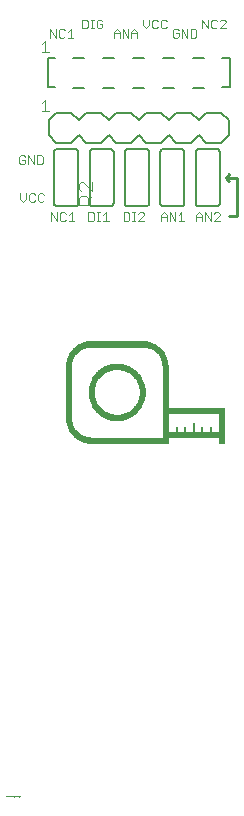
<source format=gto>
G75*
%MOIN*%
%OFA0B0*%
%FSLAX24Y24*%
%IPPOS*%
%LPD*%
%AMOC8*
5,1,8,0,0,1.08239X$1,22.5*
%
%ADD10C,0.0030*%
%ADD11C,0.0100*%
%ADD12R,0.2654X0.0008*%
%ADD13R,0.0189X0.0008*%
%ADD14R,0.2709X0.0008*%
%ADD15R,0.2748X0.0008*%
%ADD16R,0.2780X0.0008*%
%ADD17R,0.2811X0.0008*%
%ADD18R,0.2835X0.0008*%
%ADD19R,0.2850X0.0008*%
%ADD20R,0.2874X0.0008*%
%ADD21R,0.2890X0.0008*%
%ADD22R,0.2913X0.0008*%
%ADD23R,0.2929X0.0008*%
%ADD24R,0.2945X0.0008*%
%ADD25R,0.2961X0.0008*%
%ADD26R,0.2976X0.0008*%
%ADD27R,0.2984X0.0008*%
%ADD28R,0.3000X0.0008*%
%ADD29R,0.3016X0.0008*%
%ADD30R,0.3024X0.0008*%
%ADD31R,0.3039X0.0008*%
%ADD32R,0.3047X0.0008*%
%ADD33R,0.3063X0.0008*%
%ADD34R,0.3071X0.0008*%
%ADD35R,0.3079X0.0008*%
%ADD36R,0.3087X0.0008*%
%ADD37R,0.0504X0.0008*%
%ADD38R,0.2087X0.0008*%
%ADD39R,0.0441X0.0008*%
%ADD40R,0.0409X0.0008*%
%ADD41R,0.0386X0.0008*%
%ADD42R,0.0370X0.0008*%
%ADD43R,0.0354X0.0008*%
%ADD44R,0.0339X0.0008*%
%ADD45R,0.0331X0.0008*%
%ADD46R,0.0323X0.0008*%
%ADD47R,0.0315X0.0008*%
%ADD48R,0.0307X0.0008*%
%ADD49R,0.0299X0.0008*%
%ADD50R,0.0291X0.0008*%
%ADD51R,0.0283X0.0008*%
%ADD52R,0.0276X0.0008*%
%ADD53R,0.0268X0.0008*%
%ADD54R,0.0260X0.0008*%
%ADD55R,0.0252X0.0008*%
%ADD56R,0.0244X0.0008*%
%ADD57R,0.0197X0.0008*%
%ADD58R,0.0087X0.0008*%
%ADD59R,0.0094X0.0008*%
%ADD60R,0.0236X0.0008*%
%ADD61R,0.0228X0.0008*%
%ADD62R,0.0220X0.0008*%
%ADD63R,0.0213X0.0008*%
%ADD64R,0.0205X0.0008*%
%ADD65R,0.0457X0.0008*%
%ADD66R,0.0520X0.0008*%
%ADD67R,0.0567X0.0008*%
%ADD68R,0.0614X0.0008*%
%ADD69R,0.0661X0.0008*%
%ADD70R,0.0701X0.0008*%
%ADD71R,0.0740X0.0008*%
%ADD72R,0.0772X0.0008*%
%ADD73R,0.0803X0.0008*%
%ADD74R,0.0843X0.0008*%
%ADD75R,0.0874X0.0008*%
%ADD76R,0.0898X0.0008*%
%ADD77R,0.0929X0.0008*%
%ADD78R,0.0961X0.0008*%
%ADD79R,0.0984X0.0008*%
%ADD80R,0.1008X0.0008*%
%ADD81R,0.1031X0.0008*%
%ADD82R,0.1055X0.0008*%
%ADD83R,0.1079X0.0008*%
%ADD84R,0.1102X0.0008*%
%ADD85R,0.1126X0.0008*%
%ADD86R,0.1142X0.0008*%
%ADD87R,0.0472X0.0008*%
%ADD88R,0.0433X0.0008*%
%ADD89R,0.0417X0.0008*%
%ADD90R,0.0394X0.0008*%
%ADD91R,0.0378X0.0008*%
%ADD92R,0.0362X0.0008*%
%ADD93R,0.0346X0.0008*%
%ADD94R,0.0402X0.0008*%
%ADD95R,0.0488X0.0008*%
%ADD96R,0.0480X0.0008*%
%ADD97R,0.1118X0.0008*%
%ADD98R,0.1071X0.0008*%
%ADD99R,0.1024X0.0008*%
%ADD100R,0.0976X0.0008*%
%ADD101R,0.0953X0.0008*%
%ADD102R,0.0866X0.0008*%
%ADD103R,0.0835X0.0008*%
%ADD104R,0.0732X0.0008*%
%ADD105R,0.0693X0.0008*%
%ADD106R,0.0654X0.0008*%
%ADD107R,0.0606X0.0008*%
%ADD108R,0.0559X0.0008*%
%ADD109R,0.0150X0.0008*%
%ADD110R,0.0449X0.0008*%
%ADD111R,0.2764X0.0008*%
%ADD112R,0.2740X0.0008*%
%ADD113R,0.2724X0.0008*%
%ADD114R,0.2701X0.0008*%
%ADD115R,0.2677X0.0008*%
%ADD116R,0.2630X0.0008*%
%ADD117R,0.2606X0.0008*%
%ADD118R,0.2583X0.0008*%
%ADD119R,0.2551X0.0008*%
%ADD120R,0.2528X0.0008*%
%ADD121R,0.2496X0.0008*%
%ADD122R,0.2465X0.0008*%
%ADD123R,0.2433X0.0008*%
%ADD124R,0.2402X0.0008*%
%ADD125R,0.2362X0.0008*%
%ADD126R,0.2331X0.0008*%
%ADD127R,0.2283X0.0008*%
%ADD128R,0.2236X0.0008*%
%ADD129R,0.2189X0.0008*%
%ADD130R,0.2134X0.0008*%
%ADD131R,0.2071X0.0008*%
%ADD132R,0.1984X0.0008*%
%ADD133R,0.1874X0.0008*%
%ADD134C,0.0000*%
%ADD135C,0.0060*%
%ADD136C,0.0080*%
%ADD137C,0.0070*%
%ADD138C,0.0040*%
D10*
X004017Y020076D02*
X004017Y020366D01*
X004211Y020076D01*
X004211Y020366D01*
X004312Y020318D02*
X004312Y020124D01*
X004360Y020076D01*
X004457Y020076D01*
X004505Y020124D01*
X004607Y020076D02*
X004800Y020076D01*
X004703Y020076D02*
X004703Y020366D01*
X004607Y020270D01*
X004505Y020318D02*
X004457Y020366D01*
X004360Y020366D01*
X004312Y020318D01*
X003782Y020765D02*
X003734Y020716D01*
X003637Y020716D01*
X003589Y020765D01*
X003589Y020958D01*
X003637Y021006D01*
X003734Y021006D01*
X003782Y020958D01*
X003488Y020958D02*
X003439Y021006D01*
X003343Y021006D01*
X003294Y020958D01*
X003294Y020765D01*
X003343Y020716D01*
X003439Y020716D01*
X003488Y020765D01*
X003193Y020813D02*
X003193Y021006D01*
X003193Y020813D02*
X003096Y020716D01*
X003000Y020813D01*
X003000Y021006D01*
X003009Y021976D02*
X003105Y021976D01*
X003154Y022024D01*
X003154Y022121D01*
X003057Y022121D01*
X002960Y022218D02*
X002960Y022024D01*
X003009Y021976D01*
X002960Y022218D02*
X003009Y022266D01*
X003105Y022266D01*
X003154Y022218D01*
X003255Y022266D02*
X003255Y021976D01*
X003448Y021976D02*
X003255Y022266D01*
X003448Y022266D02*
X003448Y021976D01*
X003550Y021976D02*
X003550Y022266D01*
X003695Y022266D01*
X003743Y022218D01*
X003743Y022024D01*
X003695Y021976D01*
X003550Y021976D01*
X003708Y023748D02*
X003955Y023748D01*
X003832Y023748D02*
X003832Y024118D01*
X003708Y023995D01*
X003708Y025716D02*
X003955Y025716D01*
X003832Y025716D02*
X003832Y026086D01*
X003708Y025963D01*
X003984Y026189D02*
X003984Y026479D01*
X004177Y026189D01*
X004177Y026479D01*
X004279Y026430D02*
X004279Y026237D01*
X004327Y026189D01*
X004424Y026189D01*
X004472Y026237D01*
X004573Y026189D02*
X004767Y026189D01*
X004670Y026189D02*
X004670Y026479D01*
X004573Y026382D01*
X004472Y026430D02*
X004424Y026479D01*
X004327Y026479D01*
X004279Y026430D01*
X005047Y026504D02*
X005192Y026504D01*
X005240Y026552D01*
X005240Y026745D01*
X005192Y026794D01*
X005047Y026794D01*
X005047Y026504D01*
X005342Y026504D02*
X005438Y026504D01*
X005390Y026504D02*
X005390Y026794D01*
X005342Y026794D02*
X005438Y026794D01*
X005538Y026745D02*
X005538Y026552D01*
X005586Y026504D01*
X005683Y026504D01*
X005731Y026552D01*
X005731Y026649D01*
X005635Y026649D01*
X005731Y026745D02*
X005683Y026794D01*
X005586Y026794D01*
X005538Y026745D01*
X006110Y026382D02*
X006110Y026189D01*
X006110Y026334D02*
X006303Y026334D01*
X006303Y026382D02*
X006303Y026189D01*
X006405Y026189D02*
X006405Y026479D01*
X006598Y026189D01*
X006598Y026479D01*
X006699Y026382D02*
X006699Y026189D01*
X006699Y026334D02*
X006893Y026334D01*
X006893Y026382D02*
X006893Y026189D01*
X006893Y026382D02*
X006796Y026479D01*
X006699Y026382D01*
X006303Y026382D02*
X006207Y026479D01*
X006110Y026382D01*
X007094Y026600D02*
X007191Y026504D01*
X007288Y026600D01*
X007288Y026794D01*
X007389Y026745D02*
X007389Y026552D01*
X007437Y026504D01*
X007534Y026504D01*
X007582Y026552D01*
X007683Y026552D02*
X007732Y026504D01*
X007829Y026504D01*
X007877Y026552D01*
X007877Y026745D02*
X007829Y026794D01*
X007732Y026794D01*
X007683Y026745D01*
X007683Y026552D01*
X007582Y026745D02*
X007534Y026794D01*
X007437Y026794D01*
X007389Y026745D01*
X007094Y026794D02*
X007094Y026600D01*
X008078Y026430D02*
X008078Y026237D01*
X008127Y026189D01*
X008224Y026189D01*
X008272Y026237D01*
X008272Y026334D01*
X008175Y026334D01*
X008078Y026430D02*
X008127Y026479D01*
X008224Y026479D01*
X008272Y026430D01*
X008373Y026479D02*
X008373Y026189D01*
X008567Y026189D02*
X008373Y026479D01*
X008567Y026479D02*
X008567Y026189D01*
X008668Y026189D02*
X008668Y026479D01*
X008813Y026479D01*
X008861Y026430D01*
X008861Y026237D01*
X008813Y026189D01*
X008668Y026189D01*
X009063Y026504D02*
X009063Y026794D01*
X009256Y026504D01*
X009256Y026794D01*
X009357Y026745D02*
X009357Y026552D01*
X009406Y026504D01*
X009502Y026504D01*
X009551Y026552D01*
X009652Y026504D02*
X009845Y026697D01*
X009845Y026745D01*
X009797Y026794D01*
X009700Y026794D01*
X009652Y026745D01*
X009551Y026745D02*
X009502Y026794D01*
X009406Y026794D01*
X009357Y026745D01*
X009652Y026504D02*
X009845Y026504D01*
X009594Y020366D02*
X009497Y020366D01*
X009449Y020318D01*
X009348Y020366D02*
X009348Y020076D01*
X009154Y020366D01*
X009154Y020076D01*
X009053Y020076D02*
X009053Y020270D01*
X008957Y020366D01*
X008860Y020270D01*
X008860Y020076D01*
X008860Y020221D02*
X009053Y020221D01*
X009449Y020076D02*
X009643Y020270D01*
X009643Y020318D01*
X009594Y020366D01*
X009643Y020076D02*
X009449Y020076D01*
X008461Y020076D02*
X008268Y020076D01*
X008365Y020076D02*
X008365Y020366D01*
X008268Y020270D01*
X008167Y020366D02*
X008167Y020076D01*
X007973Y020366D01*
X007973Y020076D01*
X007872Y020076D02*
X007872Y020270D01*
X007775Y020366D01*
X007679Y020270D01*
X007679Y020076D01*
X007679Y020221D02*
X007872Y020221D01*
X007123Y020270D02*
X007123Y020318D01*
X007075Y020366D01*
X006978Y020366D01*
X006929Y020318D01*
X006830Y020366D02*
X006733Y020366D01*
X006781Y020366D02*
X006781Y020076D01*
X006733Y020076D02*
X006830Y020076D01*
X006929Y020076D02*
X007123Y020270D01*
X007123Y020076D02*
X006929Y020076D01*
X006632Y020124D02*
X006632Y020318D01*
X006583Y020366D01*
X006438Y020366D01*
X006438Y020076D01*
X006583Y020076D01*
X006632Y020124D01*
X005942Y020076D02*
X005748Y020076D01*
X005845Y020076D02*
X005845Y020366D01*
X005748Y020270D01*
X005649Y020366D02*
X005552Y020366D01*
X005600Y020366D02*
X005600Y020076D01*
X005552Y020076D02*
X005649Y020076D01*
X005451Y020124D02*
X005451Y020318D01*
X005402Y020366D01*
X005257Y020366D01*
X005257Y020076D01*
X005402Y020076D01*
X005451Y020124D01*
D11*
X009835Y021528D02*
X009953Y021410D01*
X009835Y021528D02*
X009953Y021646D01*
X009835Y021528D02*
X010229Y021528D01*
X010229Y020229D01*
X009953Y020229D01*
D12*
X006229Y015906D03*
X006607Y012646D03*
D13*
X006225Y013402D03*
X007067Y014213D03*
X007075Y014268D03*
X007075Y014276D03*
X007075Y014284D03*
X007075Y014292D03*
X007075Y014300D03*
X007075Y014394D03*
X007075Y014402D03*
X007075Y014410D03*
X007075Y014418D03*
X007075Y014426D03*
X007067Y014481D03*
X007831Y015260D03*
X007831Y015268D03*
X007831Y015276D03*
X007831Y015284D03*
X007823Y015331D03*
X009729Y013622D03*
X009729Y013615D03*
X009729Y013607D03*
X009729Y013599D03*
X009729Y013591D03*
X009729Y013583D03*
X009729Y013575D03*
X009729Y013567D03*
X009729Y013559D03*
X009729Y013552D03*
X009729Y013544D03*
X009729Y013536D03*
X009729Y013528D03*
X009729Y013520D03*
X009729Y013512D03*
X009729Y013504D03*
X009729Y013496D03*
X009729Y013489D03*
X009729Y013481D03*
X009729Y013473D03*
X009729Y013465D03*
X009729Y013457D03*
X009729Y013449D03*
X009729Y013441D03*
X009729Y013433D03*
X009729Y013426D03*
X009729Y013418D03*
X009729Y013410D03*
X009729Y013402D03*
X009729Y013394D03*
X009729Y013386D03*
X009729Y013378D03*
X009729Y013370D03*
X009729Y013363D03*
X009729Y013355D03*
X009729Y013347D03*
X009729Y013339D03*
X009729Y013331D03*
X009729Y013323D03*
X009729Y013315D03*
X009729Y013307D03*
X009729Y013300D03*
X009729Y013292D03*
X009729Y013284D03*
X009729Y013276D03*
X009729Y013268D03*
X009729Y013260D03*
X009729Y013252D03*
X009729Y013244D03*
X009729Y013237D03*
X009729Y013229D03*
X009729Y013221D03*
X009729Y013213D03*
X009729Y013205D03*
X009729Y013197D03*
X009729Y013189D03*
X009729Y013181D03*
X009729Y013174D03*
X009729Y013166D03*
X009729Y013158D03*
X009729Y013150D03*
X009729Y013142D03*
X009729Y013134D03*
X009729Y013126D03*
X009729Y013119D03*
X009729Y013111D03*
X009729Y013103D03*
X009729Y013095D03*
X009729Y013087D03*
X009729Y013079D03*
X009729Y013071D03*
X009729Y013063D03*
X009729Y013056D03*
X009729Y013048D03*
X009729Y013040D03*
X009729Y013032D03*
X009729Y013024D03*
X009729Y012827D03*
X009729Y012819D03*
X009729Y012811D03*
X009729Y012804D03*
X009729Y012796D03*
X009729Y012788D03*
X009729Y012780D03*
X009729Y012772D03*
X009729Y012764D03*
X009729Y012756D03*
X009729Y012748D03*
X009729Y012741D03*
X009729Y012733D03*
X009729Y012725D03*
X009729Y012717D03*
X009729Y012709D03*
X009729Y012701D03*
X009729Y012693D03*
X009729Y012685D03*
X009729Y012678D03*
X009729Y012670D03*
X009729Y012662D03*
X009729Y012654D03*
X009729Y012646D03*
X005382Y014229D03*
X005382Y014237D03*
X005374Y014292D03*
X005374Y014300D03*
X005374Y014307D03*
X005374Y014315D03*
X005374Y014323D03*
X005374Y014331D03*
X005374Y014339D03*
X005374Y014347D03*
X005374Y014355D03*
X005374Y014363D03*
X005374Y014370D03*
X005374Y014378D03*
X005374Y014386D03*
X005374Y014394D03*
X005382Y014457D03*
X005382Y014465D03*
X004619Y014465D03*
X004619Y014473D03*
X004619Y014481D03*
X004619Y014489D03*
X004619Y014496D03*
X004619Y014504D03*
X004619Y014512D03*
X004619Y014520D03*
X004619Y014528D03*
X004619Y014536D03*
X004619Y014544D03*
X004619Y014552D03*
X004619Y014559D03*
X004619Y014567D03*
X004619Y014575D03*
X004619Y014583D03*
X004619Y014591D03*
X004619Y014599D03*
X004619Y014607D03*
X004619Y014615D03*
X004619Y014622D03*
X004619Y014630D03*
X004619Y014638D03*
X004619Y014646D03*
X004619Y014654D03*
X004619Y014662D03*
X004619Y014670D03*
X004619Y014678D03*
X004619Y014685D03*
X004619Y014693D03*
X004619Y014701D03*
X004619Y014709D03*
X004619Y014717D03*
X004619Y014725D03*
X004619Y014733D03*
X004619Y014741D03*
X004619Y014748D03*
X004619Y014756D03*
X004619Y014764D03*
X004619Y014772D03*
X004619Y014780D03*
X004619Y014788D03*
X004619Y014796D03*
X004619Y014804D03*
X004619Y014811D03*
X004619Y014819D03*
X004619Y014827D03*
X004619Y014835D03*
X004619Y014843D03*
X004619Y014851D03*
X004619Y014859D03*
X004619Y014867D03*
X004619Y014874D03*
X004619Y014882D03*
X004619Y014890D03*
X004619Y014898D03*
X004619Y014906D03*
X004619Y014914D03*
X004619Y014922D03*
X004619Y014930D03*
X004619Y014937D03*
X004619Y014945D03*
X004619Y014953D03*
X004619Y014961D03*
X004619Y014969D03*
X004619Y014977D03*
X004619Y014985D03*
X004619Y014993D03*
X004619Y015000D03*
X004619Y015008D03*
X004619Y015016D03*
X004619Y015024D03*
X004619Y015032D03*
X004619Y015040D03*
X004619Y015048D03*
X004619Y015056D03*
X004619Y015063D03*
X004619Y015071D03*
X004619Y015079D03*
X004619Y015087D03*
X004619Y015095D03*
X004619Y015103D03*
X004619Y015111D03*
X004619Y015119D03*
X004619Y015126D03*
X004619Y015134D03*
X004619Y015142D03*
X004619Y015150D03*
X004619Y015158D03*
X004619Y015166D03*
X004619Y015174D03*
X004619Y015181D03*
X004619Y015189D03*
X004619Y015197D03*
X004619Y015205D03*
X004619Y015213D03*
X004619Y015221D03*
X004619Y015229D03*
X004619Y015237D03*
X004619Y015244D03*
X004619Y015252D03*
X004619Y015260D03*
X004626Y015315D03*
X004619Y014457D03*
X004619Y014449D03*
X004619Y014441D03*
X004619Y014433D03*
X004619Y014426D03*
X004619Y014418D03*
X004619Y014410D03*
X004619Y014402D03*
X004619Y014394D03*
X004619Y014386D03*
X004619Y014378D03*
X004619Y014370D03*
X004619Y014363D03*
X004619Y014355D03*
X004619Y014347D03*
X004619Y014339D03*
X004619Y014331D03*
X004619Y014323D03*
X004619Y014315D03*
X004619Y014307D03*
X004619Y014300D03*
X004619Y014292D03*
X004619Y014284D03*
X004619Y014276D03*
X004619Y014268D03*
X004619Y014260D03*
X004619Y014252D03*
X004619Y014244D03*
X004619Y014237D03*
X004619Y014229D03*
X004619Y014221D03*
X004619Y014213D03*
X004619Y014205D03*
X004619Y014197D03*
X004619Y014189D03*
X004619Y014181D03*
X004619Y014174D03*
X004619Y014166D03*
X004619Y014158D03*
X004619Y014150D03*
X004619Y014142D03*
X004619Y014134D03*
X004619Y014126D03*
X004619Y014119D03*
X004619Y014111D03*
X004619Y014103D03*
X004619Y014095D03*
X004619Y014087D03*
X004619Y014079D03*
X004619Y014071D03*
X004619Y014063D03*
X004619Y014056D03*
X004619Y014048D03*
X004619Y014040D03*
X004619Y014032D03*
X004619Y014024D03*
X004619Y014016D03*
X004619Y014008D03*
X004619Y014000D03*
X004619Y013993D03*
X004619Y013985D03*
X004619Y013977D03*
X004619Y013969D03*
X004619Y013961D03*
X004619Y013953D03*
X004619Y013945D03*
X004619Y013937D03*
X004619Y013930D03*
X004619Y013922D03*
X004619Y013914D03*
X004619Y013906D03*
X004619Y013898D03*
X004619Y013890D03*
X004619Y013882D03*
X004619Y013874D03*
X004619Y013867D03*
X004619Y013859D03*
X004619Y013851D03*
X004619Y013843D03*
X004619Y013835D03*
X004619Y013827D03*
X004619Y013819D03*
X004619Y013811D03*
X004619Y013804D03*
X004619Y013796D03*
X004619Y013788D03*
X004619Y013780D03*
X004619Y013772D03*
X004619Y013764D03*
X004619Y013756D03*
X004619Y013748D03*
X004619Y013741D03*
X004619Y013733D03*
X004619Y013725D03*
X004619Y013717D03*
X004619Y013709D03*
X004619Y013701D03*
X004619Y013693D03*
X004619Y013685D03*
X004619Y013678D03*
X004619Y013670D03*
X004619Y013662D03*
X004619Y013654D03*
X004619Y013646D03*
X004619Y013638D03*
X004619Y013630D03*
X004619Y013622D03*
X004619Y013615D03*
X004619Y013607D03*
X004619Y013599D03*
X004619Y013591D03*
X004619Y013583D03*
X004619Y013575D03*
X004619Y013567D03*
X004619Y013559D03*
X004619Y013552D03*
X004619Y013544D03*
X004619Y013536D03*
X004619Y013528D03*
X004619Y013520D03*
X004619Y013512D03*
X004619Y013504D03*
X004619Y013496D03*
X004619Y013489D03*
X004619Y013481D03*
X004619Y013473D03*
X004619Y013465D03*
X004619Y013457D03*
X004619Y013449D03*
X004619Y013441D03*
X004619Y013433D03*
X004626Y013378D03*
D14*
X006579Y012654D03*
D15*
X006559Y012662D03*
D16*
X006544Y012670D03*
X006229Y015859D03*
D17*
X006528Y012678D03*
D18*
X006516Y012685D03*
D19*
X006508Y012693D03*
D20*
X006496Y012701D03*
D21*
X006489Y012709D03*
D22*
X006477Y012717D03*
D23*
X006469Y012725D03*
D24*
X006461Y012733D03*
D25*
X006453Y012741D03*
D26*
X006445Y012748D03*
D27*
X006441Y012756D03*
D28*
X006433Y012764D03*
D29*
X006426Y012772D03*
D30*
X006422Y012780D03*
D31*
X006414Y012788D03*
D32*
X006410Y012796D03*
D33*
X006402Y012804D03*
D34*
X006398Y012811D03*
D35*
X006394Y012819D03*
D36*
X006390Y012827D03*
D37*
X006225Y015260D03*
X005083Y012835D03*
D38*
X008780Y012835D03*
X008780Y012843D03*
X008780Y012851D03*
X008780Y012859D03*
X008780Y012867D03*
X008780Y012874D03*
X008780Y012882D03*
X008780Y012890D03*
X008780Y012898D03*
X008780Y012906D03*
X008780Y012914D03*
X008780Y012922D03*
X008780Y012930D03*
X008780Y012937D03*
X008780Y012945D03*
X008780Y012953D03*
X008780Y012961D03*
X008780Y012969D03*
X008780Y012977D03*
X008780Y012985D03*
X008780Y012993D03*
X008780Y013000D03*
X008780Y013008D03*
X008780Y013016D03*
X008780Y013630D03*
X008780Y013638D03*
X008780Y013646D03*
X008780Y013654D03*
X008780Y013662D03*
X008780Y013670D03*
X008780Y013678D03*
X008780Y013685D03*
X008780Y013693D03*
X008780Y013701D03*
X008780Y013709D03*
X008780Y013717D03*
X008780Y013725D03*
X008780Y013733D03*
X008780Y013741D03*
X008780Y013748D03*
X008780Y013756D03*
X008780Y013764D03*
X008780Y013772D03*
X008780Y013780D03*
X008780Y013788D03*
X008780Y013796D03*
X008780Y013804D03*
X008780Y013811D03*
X008780Y013819D03*
D39*
X006595Y015087D03*
X006225Y015268D03*
X005855Y015087D03*
X005855Y013607D03*
X005044Y012843D03*
D40*
X005020Y012851D03*
X005831Y013615D03*
X007430Y015843D03*
D41*
X007449Y015835D03*
X006654Y015063D03*
X006229Y013418D03*
X005000Y012859D03*
D42*
X004985Y012867D03*
X005780Y013638D03*
X005780Y015056D03*
X006670Y015056D03*
X007465Y015827D03*
X004985Y015827D03*
D43*
X004969Y015819D03*
X005764Y013646D03*
X004969Y012874D03*
X006685Y013646D03*
X006685Y015048D03*
D44*
X006709Y015032D03*
X006701Y013654D03*
X005741Y015032D03*
X004953Y012882D03*
X007512Y015804D03*
D45*
X007524Y015796D03*
X006713Y013662D03*
X005737Y013662D03*
X004941Y012890D03*
X005729Y015024D03*
X004941Y015804D03*
D46*
X004930Y015796D03*
X005717Y015016D03*
X005725Y013670D03*
X004930Y012898D03*
X006725Y013670D03*
X006725Y015024D03*
X007536Y015788D03*
D47*
X006744Y015008D03*
X006737Y015016D03*
X006737Y013678D03*
X005713Y013678D03*
X005705Y013685D03*
X005705Y015008D03*
X004918Y015788D03*
X004918Y012906D03*
D48*
X004906Y012914D03*
X005693Y013693D03*
X005693Y015000D03*
X004906Y015780D03*
X006756Y015000D03*
X006756Y013693D03*
X006748Y013685D03*
X007544Y015780D03*
D49*
X007556Y015772D03*
X006776Y014985D03*
X006768Y014993D03*
X006768Y013701D03*
X006225Y013410D03*
X005681Y013701D03*
X005674Y013709D03*
X005674Y014985D03*
X005681Y014993D03*
X004894Y015772D03*
X004886Y015764D03*
X004894Y012922D03*
D50*
X004882Y012930D03*
X004874Y012937D03*
X005654Y013725D03*
X005662Y013717D03*
X005662Y014977D03*
X004874Y015756D03*
X004867Y015748D03*
X006788Y014977D03*
X006796Y014969D03*
X006788Y013717D03*
X006780Y013709D03*
X007575Y015756D03*
X007567Y015764D03*
D51*
X007587Y015748D03*
X007595Y015741D03*
X006807Y014961D03*
X006815Y014953D03*
X006225Y015284D03*
X005658Y014969D03*
X005642Y013733D03*
X004855Y012953D03*
X004863Y012945D03*
X004855Y015741D03*
X006807Y013733D03*
X006800Y013725D03*
D52*
X006819Y013741D03*
X006827Y013748D03*
X007615Y015725D03*
X007607Y015733D03*
X005646Y014961D03*
X005638Y014953D03*
X005630Y014945D03*
X005638Y013741D03*
X004843Y012961D03*
X004851Y015733D03*
D53*
X004839Y015725D03*
X004831Y015717D03*
X004823Y015709D03*
X005611Y014930D03*
X005619Y014937D03*
X005603Y013772D03*
X005611Y013764D03*
X005619Y013756D03*
X005626Y013748D03*
X004839Y012969D03*
X004831Y012977D03*
X004823Y012985D03*
X006831Y013756D03*
X006839Y013764D03*
X006855Y014914D03*
X006847Y014922D03*
X006839Y014930D03*
X006831Y014937D03*
X006823Y014945D03*
X007619Y015717D03*
D54*
X007630Y015709D03*
X007638Y015701D03*
X007646Y015693D03*
X006859Y013780D03*
X006851Y013772D03*
X005599Y013780D03*
X005591Y013788D03*
X005583Y014898D03*
X005591Y014906D03*
X005599Y014914D03*
X005607Y014922D03*
X004819Y015701D03*
X004811Y012993D03*
D55*
X004807Y013000D03*
X004800Y013008D03*
X004792Y013016D03*
X005579Y013796D03*
X005563Y014874D03*
X005571Y014882D03*
X005579Y014890D03*
X004792Y015678D03*
X004800Y015685D03*
X004807Y015693D03*
X006863Y014906D03*
X006870Y014898D03*
X006878Y014890D03*
X006886Y013811D03*
X006878Y013804D03*
X006870Y013796D03*
X006863Y013788D03*
X007666Y015670D03*
X007658Y015678D03*
X007650Y015685D03*
D56*
X007670Y015662D03*
X007678Y015654D03*
X007685Y015646D03*
X006914Y014843D03*
X006898Y014867D03*
X006890Y014874D03*
X006882Y014882D03*
X006906Y013835D03*
X006898Y013827D03*
X006890Y013819D03*
X005575Y013804D03*
X005567Y013811D03*
X005559Y013819D03*
X005552Y013827D03*
X005552Y013835D03*
X005544Y013843D03*
X005544Y014851D03*
X005552Y014859D03*
X005559Y014867D03*
X004788Y015670D03*
X004780Y015662D03*
X004772Y015654D03*
X004772Y013040D03*
X004780Y013032D03*
X004788Y013024D03*
D57*
X004654Y013260D03*
X004646Y013284D03*
X004646Y013292D03*
X004638Y013307D03*
X004638Y013315D03*
X004638Y013323D03*
X004638Y013331D03*
X004630Y013339D03*
X004630Y013347D03*
X004630Y013355D03*
X004630Y013363D03*
X004630Y013370D03*
X004622Y013386D03*
X004622Y013394D03*
X004622Y013402D03*
X004622Y013410D03*
X004622Y013418D03*
X004622Y013426D03*
X005418Y014079D03*
X005410Y014103D03*
X005410Y014111D03*
X005402Y014126D03*
X005402Y014134D03*
X005402Y014142D03*
X005394Y014150D03*
X005394Y014158D03*
X005394Y014166D03*
X005394Y014174D03*
X005394Y014181D03*
X005386Y014189D03*
X005386Y014197D03*
X005386Y014205D03*
X005386Y014213D03*
X005386Y014221D03*
X005378Y014244D03*
X005378Y014252D03*
X005378Y014260D03*
X005378Y014268D03*
X005378Y014276D03*
X005378Y014284D03*
X005378Y014402D03*
X005378Y014410D03*
X005378Y014418D03*
X005378Y014426D03*
X005378Y014433D03*
X005378Y014441D03*
X005378Y014449D03*
X005386Y014473D03*
X005386Y014481D03*
X005386Y014489D03*
X005386Y014496D03*
X005386Y014504D03*
X005394Y014512D03*
X005394Y014520D03*
X005394Y014528D03*
X005394Y014536D03*
X005402Y014552D03*
X005402Y014559D03*
X005402Y014567D03*
X005410Y014583D03*
X005410Y014591D03*
X005418Y014615D03*
X004654Y015426D03*
X004646Y015410D03*
X004646Y015402D03*
X004638Y015378D03*
X004638Y015370D03*
X004638Y015363D03*
X004630Y015355D03*
X004630Y015347D03*
X004630Y015339D03*
X004630Y015331D03*
X004630Y015323D03*
X004622Y015307D03*
X004622Y015300D03*
X004622Y015292D03*
X004622Y015284D03*
X004622Y015276D03*
X004622Y015268D03*
X007032Y014071D03*
X007040Y014095D03*
X007048Y014119D03*
X007048Y014126D03*
X007056Y014142D03*
X007056Y014150D03*
X007056Y014158D03*
X007056Y014166D03*
X007063Y014174D03*
X007063Y014181D03*
X007063Y014189D03*
X007063Y014197D03*
X007063Y014205D03*
X007071Y014221D03*
X007071Y014229D03*
X007071Y014237D03*
X007071Y014244D03*
X007071Y014252D03*
X007071Y014260D03*
X007079Y014307D03*
X007079Y014315D03*
X007079Y014323D03*
X007079Y014331D03*
X007079Y014339D03*
X007079Y014347D03*
X007079Y014355D03*
X007079Y014363D03*
X007079Y014370D03*
X007079Y014378D03*
X007079Y014386D03*
X007071Y014433D03*
X007071Y014441D03*
X007071Y014449D03*
X007071Y014457D03*
X007071Y014465D03*
X007071Y014473D03*
X007063Y014489D03*
X007063Y014496D03*
X007063Y014504D03*
X007063Y014512D03*
X007063Y014520D03*
X007056Y014528D03*
X007056Y014536D03*
X007056Y014544D03*
X007056Y014552D03*
X007048Y014567D03*
X007048Y014575D03*
X007040Y014599D03*
X007835Y014599D03*
X007835Y014607D03*
X007835Y014615D03*
X007835Y014622D03*
X007835Y014630D03*
X007835Y014638D03*
X007835Y014646D03*
X007835Y014654D03*
X007835Y014662D03*
X007835Y014670D03*
X007835Y014678D03*
X007835Y014685D03*
X007835Y014693D03*
X007835Y014701D03*
X007835Y014709D03*
X007835Y014717D03*
X007835Y014725D03*
X007835Y014733D03*
X007835Y014741D03*
X007835Y014748D03*
X007835Y014756D03*
X007835Y014764D03*
X007835Y014772D03*
X007835Y014780D03*
X007835Y014788D03*
X007835Y014796D03*
X007835Y014804D03*
X007835Y014811D03*
X007835Y014819D03*
X007835Y014827D03*
X007835Y014835D03*
X007835Y014843D03*
X007835Y014851D03*
X007835Y014859D03*
X007835Y014867D03*
X007835Y014874D03*
X007835Y014882D03*
X007835Y014890D03*
X007835Y014898D03*
X007835Y014906D03*
X007835Y014914D03*
X007835Y014922D03*
X007835Y014930D03*
X007835Y014937D03*
X007835Y014945D03*
X007835Y014953D03*
X007835Y014961D03*
X007835Y014969D03*
X007835Y014977D03*
X007835Y014985D03*
X007835Y014993D03*
X007835Y015000D03*
X007835Y015008D03*
X007835Y015016D03*
X007835Y015024D03*
X007835Y015032D03*
X007835Y015040D03*
X007835Y015048D03*
X007835Y015056D03*
X007835Y015063D03*
X007835Y015071D03*
X007835Y015079D03*
X007835Y015087D03*
X007835Y015095D03*
X007835Y015103D03*
X007835Y015111D03*
X007835Y015119D03*
X007835Y015126D03*
X007835Y015134D03*
X007835Y015142D03*
X007835Y015150D03*
X007835Y015158D03*
X007835Y015166D03*
X007835Y015174D03*
X007835Y015181D03*
X007835Y015189D03*
X007835Y015197D03*
X007835Y015205D03*
X007835Y015213D03*
X007835Y015221D03*
X007835Y015229D03*
X007835Y015237D03*
X007835Y015244D03*
X007835Y015252D03*
X007827Y015292D03*
X007827Y015300D03*
X007827Y015307D03*
X007827Y015315D03*
X007827Y015323D03*
X007819Y015339D03*
X007819Y015347D03*
X007819Y015355D03*
X007819Y015363D03*
X007811Y015378D03*
X007811Y015386D03*
X007811Y015394D03*
X007804Y015410D03*
X007804Y015418D03*
X007835Y014591D03*
X007835Y014583D03*
X007835Y014575D03*
X007835Y014567D03*
X007835Y014559D03*
X007835Y014552D03*
X007835Y014544D03*
X007835Y014536D03*
X007835Y014528D03*
X007835Y014520D03*
X007835Y014512D03*
X007835Y014504D03*
X007835Y014496D03*
X007835Y014489D03*
X007835Y014481D03*
X007835Y014473D03*
X007835Y014465D03*
X007835Y014457D03*
X007835Y014449D03*
X007835Y014441D03*
X007835Y014433D03*
X007835Y014426D03*
X007835Y014418D03*
X007835Y014410D03*
X007835Y014402D03*
X007835Y014394D03*
X007835Y014386D03*
X007835Y014378D03*
X007835Y014370D03*
X007835Y014363D03*
X007835Y014355D03*
X007835Y014347D03*
X007835Y014339D03*
X007835Y014331D03*
X007835Y014323D03*
X007835Y014315D03*
X007835Y014307D03*
X007835Y014300D03*
X007835Y014292D03*
X007835Y014284D03*
X007835Y014276D03*
X007835Y014268D03*
X007835Y014260D03*
X007835Y014252D03*
X007835Y014244D03*
X007835Y014237D03*
X007835Y014229D03*
X007835Y014221D03*
X007835Y014213D03*
X007835Y014205D03*
X007835Y014197D03*
X007835Y014189D03*
X007835Y014181D03*
X007835Y014174D03*
X007835Y014166D03*
X007835Y014158D03*
X007835Y014150D03*
X007835Y014142D03*
X007835Y014134D03*
X007835Y014126D03*
X007835Y014119D03*
X007835Y014111D03*
X007835Y014103D03*
X007835Y014095D03*
X007835Y014087D03*
X007835Y014079D03*
X007835Y014071D03*
X007835Y014063D03*
X007835Y014056D03*
X007835Y014048D03*
X007835Y014040D03*
X007835Y014032D03*
X007835Y014024D03*
X007835Y014016D03*
X007835Y014008D03*
X007835Y014000D03*
X007835Y013993D03*
X007835Y013985D03*
X007835Y013977D03*
X007835Y013969D03*
X007835Y013961D03*
X007835Y013953D03*
X007835Y013945D03*
X007835Y013937D03*
X007835Y013930D03*
X007835Y013922D03*
X007835Y013914D03*
X007835Y013906D03*
X007835Y013898D03*
X007835Y013890D03*
X007835Y013882D03*
X007835Y013874D03*
X007835Y013867D03*
X007835Y013859D03*
X007835Y013851D03*
X007835Y013843D03*
X007835Y013835D03*
X007835Y013827D03*
X007835Y013622D03*
X007835Y013615D03*
X007835Y013607D03*
X007835Y013599D03*
X007835Y013591D03*
X007835Y013583D03*
X007835Y013575D03*
X007835Y013567D03*
X007835Y013559D03*
X007835Y013552D03*
X007835Y013544D03*
X007835Y013536D03*
X007835Y013528D03*
X007835Y013520D03*
X007835Y013512D03*
X007835Y013504D03*
X007835Y013496D03*
X007835Y013489D03*
X007835Y013481D03*
X007835Y013473D03*
X007835Y013465D03*
X007835Y013457D03*
X007835Y013449D03*
X007835Y013441D03*
X007835Y013433D03*
X007835Y013426D03*
X007835Y013418D03*
X007835Y013410D03*
X007835Y013402D03*
X007835Y013394D03*
X007835Y013386D03*
X007835Y013378D03*
X007835Y013370D03*
X007835Y013363D03*
X007835Y013355D03*
X007835Y013347D03*
X007835Y013339D03*
X007835Y013331D03*
X007835Y013323D03*
X007835Y013315D03*
X007835Y013307D03*
X007835Y013300D03*
X007835Y013292D03*
X007835Y013284D03*
X007835Y013276D03*
X007835Y013268D03*
X007835Y013260D03*
X007835Y013252D03*
X007835Y013244D03*
X007835Y013237D03*
X007835Y013229D03*
X007835Y013221D03*
X007835Y013213D03*
X007835Y013205D03*
X007835Y013197D03*
X007835Y013189D03*
X007835Y013181D03*
X007835Y013174D03*
X007835Y013166D03*
X007835Y013158D03*
X007835Y013150D03*
X007835Y013142D03*
X007835Y013134D03*
X007835Y013126D03*
X007835Y013119D03*
X007835Y013111D03*
X007835Y013103D03*
X007835Y013095D03*
X007835Y013087D03*
X007835Y013079D03*
X007835Y013071D03*
X007835Y013063D03*
X007835Y013056D03*
X007835Y013048D03*
X007835Y013040D03*
X007835Y013032D03*
X007835Y013024D03*
D58*
X008213Y013024D03*
X008213Y013032D03*
X008213Y013040D03*
X008213Y013048D03*
X008213Y013056D03*
X008213Y013063D03*
X008213Y013071D03*
X008213Y013079D03*
X008213Y013087D03*
X008213Y013095D03*
X008213Y013103D03*
X008213Y013111D03*
X008213Y013119D03*
X008213Y013126D03*
X008213Y013134D03*
X008213Y013142D03*
X008213Y013150D03*
X008213Y013158D03*
X008213Y013166D03*
X008213Y013174D03*
X008213Y013181D03*
X008496Y013181D03*
X008496Y013174D03*
X008496Y013166D03*
X008496Y013158D03*
X008496Y013150D03*
X008496Y013142D03*
X008496Y013134D03*
X008496Y013126D03*
X008496Y013119D03*
X008496Y013111D03*
X008496Y013103D03*
X008496Y013095D03*
X008496Y013087D03*
X008496Y013079D03*
X008496Y013071D03*
X008496Y013063D03*
X008496Y013056D03*
X008496Y013048D03*
X008496Y013040D03*
X008496Y013032D03*
X008496Y013024D03*
X008780Y013024D03*
X008780Y013032D03*
X008780Y013040D03*
X008780Y013048D03*
X008780Y013056D03*
X008780Y013063D03*
X008780Y013071D03*
X008780Y013079D03*
X008780Y013087D03*
X008780Y013095D03*
X008780Y013103D03*
X008780Y013111D03*
X008780Y013119D03*
X008780Y013126D03*
X008780Y013134D03*
X008780Y013142D03*
X008780Y013150D03*
X008780Y013158D03*
X008780Y013166D03*
X008780Y013174D03*
X008780Y013181D03*
X008780Y013189D03*
X008780Y013197D03*
X008780Y013205D03*
X008780Y013213D03*
X008780Y013221D03*
X008780Y013229D03*
X008780Y013237D03*
X008780Y013244D03*
X008780Y013252D03*
X008780Y013260D03*
X008780Y013268D03*
X008780Y013276D03*
X008780Y013284D03*
X008780Y013292D03*
X008780Y013300D03*
X008780Y013307D03*
X008780Y013315D03*
X008780Y013323D03*
D59*
X009067Y013181D03*
X009067Y013174D03*
X009067Y013166D03*
X009067Y013158D03*
X009067Y013150D03*
X009067Y013142D03*
X009067Y013134D03*
X009067Y013126D03*
X009067Y013119D03*
X009067Y013111D03*
X009067Y013103D03*
X009067Y013095D03*
X009067Y013087D03*
X009067Y013079D03*
X009067Y013071D03*
X009067Y013063D03*
X009067Y013056D03*
X009067Y013048D03*
X009067Y013040D03*
X009067Y013032D03*
X009067Y013024D03*
X009351Y013024D03*
X009351Y013032D03*
X009351Y013040D03*
X009351Y013048D03*
X009351Y013056D03*
X009351Y013063D03*
X009351Y013071D03*
X009351Y013079D03*
X009351Y013087D03*
X009351Y013095D03*
X009351Y013103D03*
X009351Y013111D03*
X009351Y013119D03*
X009351Y013126D03*
X009351Y013134D03*
X009351Y013142D03*
X009351Y013150D03*
X009351Y013158D03*
X009351Y013166D03*
X009351Y013174D03*
X009351Y013181D03*
D60*
X007697Y015630D03*
X007689Y015638D03*
X006902Y014859D03*
X006910Y014851D03*
X006918Y014835D03*
X006926Y014827D03*
X006933Y013874D03*
X006926Y013867D03*
X006918Y013859D03*
X006918Y013851D03*
X006910Y013843D03*
X005540Y013851D03*
X005532Y013859D03*
X005524Y013867D03*
X005516Y014811D03*
X005524Y014827D03*
X005532Y014835D03*
X005540Y014843D03*
X004760Y015630D03*
X004760Y015638D03*
X004768Y015646D03*
X004752Y015622D03*
X004744Y015615D03*
X004744Y013079D03*
X004752Y013071D03*
X004760Y013056D03*
X004768Y013048D03*
D61*
X004756Y013063D03*
X004741Y013087D03*
X004733Y013095D03*
X004725Y013111D03*
X005512Y013882D03*
X005512Y013890D03*
X005504Y013898D03*
X005520Y013874D03*
X005496Y014780D03*
X005504Y014796D03*
X005512Y014804D03*
X005520Y014819D03*
X004733Y015591D03*
X004733Y015599D03*
X004741Y015607D03*
X004725Y015583D03*
X006930Y014819D03*
X006937Y014811D03*
X006945Y014804D03*
X006945Y014796D03*
X006953Y014788D03*
X006961Y014772D03*
X006953Y013906D03*
X006945Y013898D03*
X006945Y013890D03*
X006937Y013882D03*
X007733Y015575D03*
X007725Y015591D03*
X007717Y015599D03*
X007709Y015607D03*
X007709Y015615D03*
X007701Y015622D03*
D62*
X007729Y015583D03*
X007737Y015567D03*
X007744Y015552D03*
X006957Y014780D03*
X006965Y014764D03*
X006973Y014756D03*
X006973Y014748D03*
X006981Y014741D03*
X006989Y014725D03*
X006989Y013969D03*
X006981Y013953D03*
X006973Y013937D03*
X006965Y013930D03*
X006965Y013922D03*
X006957Y013914D03*
X005500Y013906D03*
X005493Y013914D03*
X005493Y013922D03*
X005485Y013930D03*
X005477Y013945D03*
X005469Y013961D03*
X005461Y014717D03*
X005469Y014733D03*
X005477Y014748D03*
X005485Y014756D03*
X005485Y014764D03*
X005493Y014772D03*
X005500Y014788D03*
X004697Y015536D03*
X004705Y015552D03*
X004713Y015559D03*
X004713Y015567D03*
X004721Y015575D03*
X004697Y013158D03*
X004705Y013142D03*
X004713Y013134D03*
X004713Y013126D03*
X004721Y013119D03*
X004729Y013103D03*
D63*
X004701Y013150D03*
X004693Y013166D03*
X004693Y013174D03*
X004685Y013181D03*
X004685Y013189D03*
X004678Y013197D03*
X004678Y013205D03*
X004670Y013221D03*
X005481Y013937D03*
X005473Y013953D03*
X005465Y013969D03*
X005457Y013977D03*
X005457Y013985D03*
X005449Y013993D03*
X005449Y014000D03*
X005441Y014016D03*
X005433Y014654D03*
X005441Y014678D03*
X005449Y014693D03*
X005457Y014709D03*
X005465Y014725D03*
X005473Y014741D03*
X004670Y015473D03*
X004678Y015489D03*
X004678Y015496D03*
X004685Y015504D03*
X004685Y015512D03*
X004693Y015520D03*
X004693Y015528D03*
X004701Y015544D03*
X006985Y014733D03*
X006993Y014717D03*
X006993Y014709D03*
X007000Y014701D03*
X007000Y014693D03*
X007008Y014685D03*
X007008Y014678D03*
X007016Y014662D03*
X007016Y014032D03*
X007008Y014008D03*
X007000Y013993D03*
X006993Y013985D03*
X006993Y013977D03*
X006985Y013961D03*
X006977Y013945D03*
X007741Y015559D03*
X007748Y015544D03*
X007756Y015536D03*
X007756Y015528D03*
X007764Y015520D03*
X007764Y015512D03*
X007772Y015496D03*
X007780Y015481D03*
D64*
X007776Y015489D03*
X007768Y015504D03*
X007784Y015473D03*
X007784Y015465D03*
X007792Y015457D03*
X007792Y015449D03*
X007792Y015441D03*
X007800Y015433D03*
X007800Y015426D03*
X007807Y015402D03*
X007815Y015370D03*
X007044Y014591D03*
X007044Y014583D03*
X007052Y014559D03*
X007036Y014607D03*
X007036Y014615D03*
X007028Y014622D03*
X007028Y014630D03*
X007028Y014638D03*
X007020Y014646D03*
X007020Y014654D03*
X007012Y014670D03*
X007052Y014134D03*
X007044Y014111D03*
X007044Y014103D03*
X007036Y014087D03*
X007036Y014079D03*
X007028Y014063D03*
X007028Y014056D03*
X007020Y014048D03*
X007020Y014040D03*
X007012Y014024D03*
X007012Y014016D03*
X007004Y014000D03*
X005445Y014008D03*
X005437Y014024D03*
X005437Y014032D03*
X005430Y014040D03*
X005430Y014048D03*
X005430Y014056D03*
X005422Y014063D03*
X005422Y014071D03*
X005414Y014087D03*
X005414Y014095D03*
X005406Y014119D03*
X005398Y014544D03*
X005406Y014575D03*
X005414Y014599D03*
X005414Y014607D03*
X005422Y014622D03*
X005422Y014630D03*
X005430Y014638D03*
X005430Y014646D03*
X005437Y014662D03*
X005437Y014670D03*
X005445Y014685D03*
X005453Y014701D03*
X004650Y015418D03*
X004658Y015433D03*
X004658Y015441D03*
X004658Y015449D03*
X004666Y015457D03*
X004666Y015465D03*
X004674Y015481D03*
X004642Y015394D03*
X004642Y015386D03*
X004642Y013300D03*
X004650Y013276D03*
X004650Y013268D03*
X004658Y013252D03*
X004658Y013244D03*
X004666Y013237D03*
X004666Y013229D03*
X004674Y013213D03*
D65*
X006225Y013426D03*
D66*
X006225Y013433D03*
D67*
X006225Y013441D03*
D68*
X006225Y013449D03*
D69*
X006225Y013457D03*
D70*
X006229Y013465D03*
D71*
X006225Y013473D03*
D72*
X006225Y013481D03*
X006225Y015213D03*
D73*
X006225Y015205D03*
X006225Y013489D03*
D74*
X006229Y013496D03*
D75*
X006229Y013504D03*
D76*
X006225Y013512D03*
X006225Y015181D03*
D77*
X006225Y015174D03*
X006225Y013520D03*
D78*
X006225Y013528D03*
D79*
X006229Y013536D03*
D80*
X006225Y013544D03*
X006225Y015150D03*
D81*
X006229Y013552D03*
D82*
X006225Y013559D03*
X006225Y015134D03*
D83*
X006229Y013567D03*
D84*
X006225Y013575D03*
X006225Y015119D03*
D85*
X006229Y013583D03*
D86*
X006229Y013591D03*
X006229Y015103D03*
D87*
X006571Y013599D03*
X005878Y013599D03*
D88*
X006599Y013607D03*
D89*
X006622Y013615D03*
X006615Y015079D03*
X005835Y015079D03*
X005024Y015843D03*
D90*
X005004Y015835D03*
X005815Y015071D03*
X005815Y013622D03*
X006642Y013622D03*
D91*
X006658Y013630D03*
X006225Y015276D03*
X005800Y015063D03*
X005792Y013630D03*
D92*
X005768Y015048D03*
X006674Y013638D03*
X007485Y015819D03*
D93*
X007500Y015811D03*
X006697Y015040D03*
X005752Y015040D03*
X004957Y015811D03*
X005752Y013654D03*
D94*
X006638Y015071D03*
D95*
X005886Y015095D03*
D96*
X006567Y015095D03*
D97*
X006225Y015111D03*
D98*
X006225Y015126D03*
D99*
X006225Y015142D03*
D100*
X006225Y015158D03*
D101*
X006229Y015166D03*
D102*
X006225Y015189D03*
D103*
X006225Y015197D03*
D104*
X006229Y015221D03*
D105*
X006225Y015229D03*
D106*
X006229Y015237D03*
D107*
X006229Y015244D03*
D108*
X006229Y015252D03*
D109*
X006229Y015292D03*
D110*
X007402Y015851D03*
X005048Y015851D03*
D111*
X006229Y015867D03*
D112*
X006225Y015874D03*
D113*
X006225Y015882D03*
D114*
X006229Y015890D03*
D115*
X006225Y015898D03*
D116*
X006225Y015914D03*
D117*
X006229Y015922D03*
D118*
X006225Y015930D03*
D119*
X006225Y015937D03*
D120*
X006229Y015945D03*
D121*
X006229Y015953D03*
D122*
X006229Y015961D03*
D123*
X006229Y015969D03*
D124*
X006229Y015977D03*
D125*
X006225Y015985D03*
D126*
X006225Y015993D03*
D127*
X006225Y016000D03*
D128*
X006225Y016008D03*
D129*
X006225Y016016D03*
D130*
X006229Y016024D03*
D131*
X006229Y016032D03*
D132*
X006225Y016040D03*
D133*
X006225Y016048D03*
D134*
X002512Y000901D02*
X002515Y000898D01*
X002520Y000898D01*
X002523Y000901D01*
X002527Y000901D02*
X002527Y000898D01*
X002529Y000898D01*
X002529Y000901D01*
X002527Y000901D01*
X002527Y000906D02*
X002527Y000909D01*
X002529Y000909D01*
X002529Y000906D01*
X002527Y000906D01*
X002523Y000911D02*
X002520Y000914D01*
X002515Y000914D01*
X002512Y000911D01*
X002512Y000901D01*
X002534Y000898D02*
X002544Y000914D01*
X002548Y000914D02*
X002548Y000901D01*
X002551Y000898D01*
X002556Y000898D01*
X002559Y000901D01*
X002559Y000914D01*
X002566Y000909D02*
X002573Y000909D01*
X002577Y000906D02*
X002580Y000909D01*
X002585Y000909D01*
X002588Y000906D01*
X002588Y000903D01*
X002577Y000903D01*
X002577Y000901D02*
X002577Y000906D01*
X002577Y000901D02*
X002580Y000898D01*
X002585Y000898D01*
X002592Y000898D02*
X002592Y000909D01*
X002597Y000909D02*
X002600Y000909D01*
X002597Y000909D02*
X002592Y000903D01*
X002604Y000906D02*
X002607Y000909D01*
X002615Y000909D01*
X002612Y000903D02*
X002607Y000903D01*
X002604Y000906D01*
X002604Y000898D02*
X002612Y000898D01*
X002615Y000901D01*
X002612Y000903D01*
X002619Y000898D02*
X002629Y000914D01*
X002636Y000909D02*
X002641Y000909D01*
X002644Y000906D01*
X002644Y000898D01*
X002636Y000898D01*
X002633Y000901D01*
X002636Y000903D01*
X002644Y000903D01*
X002648Y000901D02*
X002648Y000906D01*
X002650Y000909D01*
X002658Y000909D01*
X002662Y000909D02*
X002665Y000909D01*
X002667Y000906D01*
X002670Y000909D01*
X002673Y000906D01*
X002673Y000898D01*
X002677Y000898D02*
X002682Y000898D01*
X002679Y000898D02*
X002679Y000909D01*
X002677Y000909D01*
X002679Y000914D02*
X002679Y000916D01*
X002686Y000909D02*
X002694Y000909D01*
X002697Y000906D01*
X002697Y000898D01*
X002701Y000898D02*
X002711Y000914D01*
X002715Y000914D02*
X002723Y000914D01*
X002726Y000911D01*
X002726Y000901D01*
X002723Y000898D01*
X002715Y000898D01*
X002715Y000914D01*
X002730Y000906D02*
X002732Y000909D01*
X002738Y000909D01*
X002740Y000906D01*
X002740Y000903D01*
X002730Y000903D01*
X002730Y000901D02*
X002730Y000906D01*
X002730Y000901D02*
X002732Y000898D01*
X002738Y000898D01*
X002744Y000898D02*
X002752Y000898D01*
X002755Y000901D01*
X002752Y000903D01*
X002747Y000903D01*
X002744Y000906D01*
X002747Y000909D01*
X002755Y000909D01*
X002759Y000914D02*
X002759Y000898D01*
X002759Y000903D02*
X002767Y000909D01*
X002771Y000909D02*
X002776Y000909D01*
X002773Y000911D02*
X002773Y000901D01*
X002776Y000898D01*
X002780Y000901D02*
X002783Y000898D01*
X002788Y000898D01*
X002791Y000901D01*
X002791Y000906D01*
X002788Y000909D01*
X002783Y000909D01*
X002780Y000906D01*
X002780Y000901D01*
X002767Y000898D02*
X002759Y000903D01*
X002795Y000898D02*
X002803Y000898D01*
X002805Y000901D01*
X002805Y000906D01*
X002803Y000909D01*
X002795Y000909D01*
X002795Y000893D01*
X002809Y000898D02*
X002820Y000914D01*
X002827Y000909D02*
X002834Y000909D01*
X002838Y000909D02*
X002841Y000909D01*
X002841Y000898D01*
X002838Y000898D02*
X002844Y000898D01*
X002848Y000898D02*
X002856Y000898D01*
X002859Y000901D01*
X002856Y000903D01*
X002851Y000903D01*
X002848Y000906D01*
X002851Y000909D01*
X002859Y000909D01*
X002863Y000909D02*
X002868Y000909D01*
X002865Y000911D02*
X002865Y000901D01*
X002868Y000898D01*
X002872Y000901D02*
X002875Y000903D01*
X002883Y000903D01*
X002883Y000906D02*
X002883Y000898D01*
X002875Y000898D01*
X002872Y000901D01*
X002875Y000909D02*
X002880Y000909D01*
X002883Y000906D01*
X002887Y000909D02*
X002895Y000909D01*
X002897Y000906D01*
X002897Y000898D01*
X002901Y000901D02*
X002904Y000898D01*
X002912Y000898D01*
X002916Y000901D02*
X002916Y000906D01*
X002918Y000909D01*
X002924Y000909D01*
X002926Y000906D01*
X002926Y000903D01*
X002916Y000903D01*
X002916Y000901D02*
X002918Y000898D01*
X002924Y000898D01*
X002930Y000898D02*
X002933Y000898D01*
X002933Y000901D01*
X002930Y000901D01*
X002930Y000898D01*
X002938Y000898D02*
X002945Y000898D01*
X002948Y000901D01*
X002948Y000906D01*
X002945Y000909D01*
X002938Y000909D01*
X002938Y000914D02*
X002938Y000898D01*
X002952Y000898D02*
X002952Y000909D01*
X002955Y000909D01*
X002957Y000906D01*
X002960Y000909D01*
X002963Y000906D01*
X002963Y000898D01*
X002967Y000898D02*
X002974Y000898D01*
X002977Y000901D01*
X002977Y000906D01*
X002974Y000909D01*
X002967Y000909D01*
X002967Y000893D01*
X002957Y000898D02*
X002957Y000906D01*
X002912Y000909D02*
X002904Y000909D01*
X002901Y000906D01*
X002901Y000901D01*
X002887Y000898D02*
X002887Y000909D01*
X002841Y000916D02*
X002841Y000914D01*
X002834Y000914D02*
X002834Y000898D01*
X002827Y000898D01*
X002824Y000901D01*
X002824Y000906D01*
X002827Y000909D01*
X002686Y000898D02*
X002686Y000909D01*
X002667Y000906D02*
X002667Y000898D01*
X002662Y000898D02*
X002662Y000909D01*
X002658Y000914D02*
X002658Y000898D01*
X002650Y000898D01*
X002648Y000901D01*
X002573Y000901D02*
X002571Y000903D01*
X002566Y000903D01*
X002563Y000906D01*
X002566Y000909D01*
X002573Y000901D02*
X002571Y000898D01*
X002563Y000898D01*
D135*
X004220Y020578D02*
X004820Y020578D01*
X004837Y020580D01*
X004854Y020584D01*
X004870Y020591D01*
X004884Y020601D01*
X004897Y020614D01*
X004907Y020628D01*
X004914Y020644D01*
X004918Y020661D01*
X004920Y020678D01*
X004920Y022378D01*
X004918Y022395D01*
X004914Y022412D01*
X004907Y022428D01*
X004897Y022442D01*
X004884Y022455D01*
X004870Y022465D01*
X004854Y022472D01*
X004837Y022476D01*
X004820Y022478D01*
X004220Y022478D01*
X004203Y022476D01*
X004186Y022472D01*
X004170Y022465D01*
X004156Y022455D01*
X004143Y022442D01*
X004133Y022428D01*
X004126Y022412D01*
X004122Y022395D01*
X004120Y022378D01*
X004120Y020678D01*
X004122Y020661D01*
X004126Y020644D01*
X004133Y020628D01*
X004143Y020614D01*
X004156Y020601D01*
X004170Y020591D01*
X004186Y020584D01*
X004203Y020580D01*
X004220Y020578D01*
X005301Y020678D02*
X005301Y022378D01*
X005303Y022395D01*
X005307Y022412D01*
X005314Y022428D01*
X005324Y022442D01*
X005337Y022455D01*
X005351Y022465D01*
X005367Y022472D01*
X005384Y022476D01*
X005401Y022478D01*
X006001Y022478D01*
X006018Y022476D01*
X006035Y022472D01*
X006051Y022465D01*
X006065Y022455D01*
X006078Y022442D01*
X006088Y022428D01*
X006095Y022412D01*
X006099Y022395D01*
X006101Y022378D01*
X006101Y020678D01*
X006099Y020661D01*
X006095Y020644D01*
X006088Y020628D01*
X006078Y020614D01*
X006065Y020601D01*
X006051Y020591D01*
X006035Y020584D01*
X006018Y020580D01*
X006001Y020578D01*
X005401Y020578D01*
X005384Y020580D01*
X005367Y020584D01*
X005351Y020591D01*
X005337Y020601D01*
X005324Y020614D01*
X005314Y020628D01*
X005307Y020644D01*
X005303Y020661D01*
X005301Y020678D01*
X006482Y020678D02*
X006482Y022378D01*
X006484Y022395D01*
X006488Y022412D01*
X006495Y022428D01*
X006505Y022442D01*
X006518Y022455D01*
X006532Y022465D01*
X006548Y022472D01*
X006565Y022476D01*
X006582Y022478D01*
X007182Y022478D01*
X007199Y022476D01*
X007216Y022472D01*
X007232Y022465D01*
X007246Y022455D01*
X007259Y022442D01*
X007269Y022428D01*
X007276Y022412D01*
X007280Y022395D01*
X007282Y022378D01*
X007282Y020678D01*
X007280Y020661D01*
X007276Y020644D01*
X007269Y020628D01*
X007259Y020614D01*
X007246Y020601D01*
X007232Y020591D01*
X007216Y020584D01*
X007199Y020580D01*
X007182Y020578D01*
X006582Y020578D01*
X006565Y020580D01*
X006548Y020584D01*
X006532Y020591D01*
X006518Y020601D01*
X006505Y020614D01*
X006495Y020628D01*
X006488Y020644D01*
X006484Y020661D01*
X006482Y020678D01*
X007663Y020678D02*
X007663Y022378D01*
X007665Y022395D01*
X007669Y022412D01*
X007676Y022428D01*
X007686Y022442D01*
X007699Y022455D01*
X007713Y022465D01*
X007729Y022472D01*
X007746Y022476D01*
X007763Y022478D01*
X008363Y022478D01*
X008380Y022476D01*
X008397Y022472D01*
X008413Y022465D01*
X008427Y022455D01*
X008440Y022442D01*
X008450Y022428D01*
X008457Y022412D01*
X008461Y022395D01*
X008463Y022378D01*
X008463Y020678D01*
X008461Y020661D01*
X008457Y020644D01*
X008450Y020628D01*
X008440Y020614D01*
X008427Y020601D01*
X008413Y020591D01*
X008397Y020584D01*
X008380Y020580D01*
X008363Y020578D01*
X007763Y020578D01*
X007746Y020580D01*
X007729Y020584D01*
X007713Y020591D01*
X007699Y020601D01*
X007686Y020614D01*
X007676Y020628D01*
X007669Y020644D01*
X007665Y020661D01*
X007663Y020678D01*
X008844Y020678D02*
X008844Y022378D01*
X008846Y022395D01*
X008850Y022412D01*
X008857Y022428D01*
X008867Y022442D01*
X008880Y022455D01*
X008894Y022465D01*
X008910Y022472D01*
X008927Y022476D01*
X008944Y022478D01*
X009544Y022478D01*
X009561Y022476D01*
X009578Y022472D01*
X009594Y022465D01*
X009608Y022455D01*
X009621Y022442D01*
X009631Y022428D01*
X009638Y022412D01*
X009642Y022395D01*
X009644Y022378D01*
X009644Y020678D01*
X009642Y020661D01*
X009638Y020644D01*
X009631Y020628D01*
X009621Y020614D01*
X009608Y020601D01*
X009594Y020591D01*
X009578Y020584D01*
X009561Y020580D01*
X009544Y020578D01*
X008944Y020578D01*
X008927Y020580D01*
X008910Y020584D01*
X008894Y020591D01*
X008880Y020601D01*
X008867Y020614D01*
X008857Y020628D01*
X008850Y020644D01*
X008846Y020661D01*
X008844Y020678D01*
D136*
X008691Y022681D02*
X008191Y022681D01*
X007941Y022931D01*
X007691Y022681D01*
X007191Y022681D01*
X006941Y022931D01*
X006691Y022681D01*
X006191Y022681D01*
X005941Y022931D01*
X005691Y022681D01*
X005191Y022681D01*
X004941Y022931D01*
X004691Y022681D01*
X004191Y022681D01*
X003941Y022931D01*
X003941Y023431D01*
X004191Y023681D01*
X004691Y023681D01*
X004941Y023431D01*
X005191Y023681D01*
X005691Y023681D01*
X005941Y023431D01*
X006191Y023681D01*
X006691Y023681D01*
X006941Y023431D01*
X007191Y023681D01*
X007691Y023681D01*
X007941Y023431D01*
X008191Y023681D01*
X008691Y023681D01*
X008941Y023431D01*
X009191Y023681D01*
X009691Y023681D01*
X009941Y023431D01*
X009941Y022931D01*
X009691Y022681D01*
X009191Y022681D01*
X008941Y022931D01*
X008691Y022681D01*
D137*
X008752Y024524D02*
X009131Y024524D01*
X009131Y025524D02*
X008752Y025524D01*
X008131Y025524D02*
X007752Y025524D01*
X007752Y024524D02*
X008131Y024524D01*
X007131Y024524D02*
X006752Y024524D01*
X006752Y025524D02*
X007131Y025524D01*
X006131Y025524D02*
X005752Y025524D01*
X005752Y024524D02*
X006131Y024524D01*
X005131Y024524D02*
X004752Y024524D01*
X004752Y025524D02*
X005131Y025524D01*
X004154Y025524D02*
X003902Y025524D01*
X003902Y024540D01*
X004154Y024540D01*
X009717Y024540D02*
X009981Y024540D01*
X009981Y025524D01*
X009717Y025524D01*
D138*
X005400Y021380D02*
X005400Y021073D01*
X005093Y021380D01*
X005016Y021380D01*
X004940Y021303D01*
X004940Y021149D01*
X005016Y021073D01*
X005016Y020919D02*
X005170Y020919D01*
X005247Y020842D01*
X005247Y020612D01*
X005400Y020612D02*
X004940Y020612D01*
X004940Y020842D01*
X005016Y020919D01*
X005247Y020766D02*
X005400Y020919D01*
M02*

</source>
